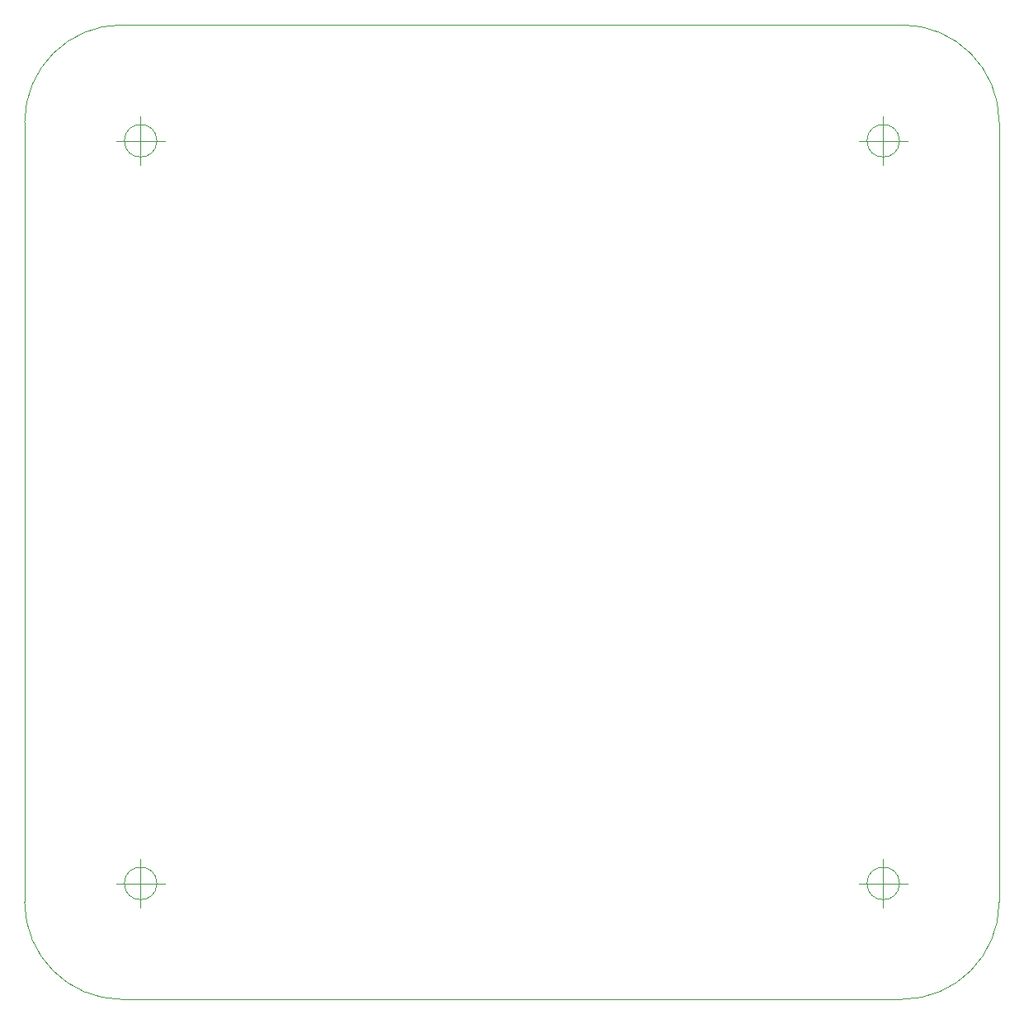
<source format=gbr>
G04 #@! TF.GenerationSoftware,KiCad,Pcbnew,(5.1.5)-3*
G04 #@! TF.CreationDate,2020-04-16T13:08:59+02:00*
G04 #@! TF.ProjectId,TGPG_breakoutboard,54475047-5f62-4726-9561-6b6f7574626f,rev?*
G04 #@! TF.SameCoordinates,Original*
G04 #@! TF.FileFunction,Profile,NP*
%FSLAX46Y46*%
G04 Gerber Fmt 4.6, Leading zero omitted, Abs format (unit mm)*
G04 Created by KiCad (PCBNEW (5.1.5)-3) date 2020-04-16 13:08:59*
%MOMM*%
%LPD*%
G04 APERTURE LIST*
%ADD10C,0.050000*%
G04 APERTURE END LIST*
D10*
X179766666Y-128100000D02*
G75*
G03X179766666Y-128100000I-1666666J0D01*
G01*
X175600000Y-128100000D02*
X180600000Y-128100000D01*
X178100000Y-125600000D02*
X178100000Y-130600000D01*
X103566666Y-128100000D02*
G75*
G03X103566666Y-128100000I-1666666J0D01*
G01*
X99400000Y-128100000D02*
X104400000Y-128100000D01*
X101900000Y-125600000D02*
X101900000Y-130600000D01*
X103566666Y-51900000D02*
G75*
G03X103566666Y-51900000I-1666666J0D01*
G01*
X99400000Y-51900000D02*
X104400000Y-51900000D01*
X101900000Y-49400000D02*
X101900000Y-54400000D01*
X179766666Y-51900000D02*
G75*
G03X179766666Y-51900000I-1666666J0D01*
G01*
X175600000Y-51900000D02*
X180600000Y-51900000D01*
X178100000Y-49400000D02*
X178100000Y-54400000D01*
X190000000Y-130000000D02*
G75*
G02X180000000Y-140000000I-10000000J0D01*
G01*
X100000000Y-140000000D02*
G75*
G02X90000000Y-130000000I0J10000000D01*
G01*
X90000000Y-50000000D02*
G75*
G02X100000000Y-40000000I10000000J0D01*
G01*
X180000000Y-40000000D02*
G75*
G02X190000000Y-50000000I0J-10000000D01*
G01*
X179766666Y-128100000D02*
G75*
G03X179766666Y-128100000I-1666666J0D01*
G01*
X175600000Y-128100000D02*
X180600000Y-128100000D01*
X178100000Y-125600000D02*
X178100000Y-130600000D01*
X103566666Y-128100000D02*
G75*
G03X103566666Y-128100000I-1666666J0D01*
G01*
X99400000Y-128100000D02*
X104400000Y-128100000D01*
X101900000Y-125600000D02*
X101900000Y-130600000D01*
X103566666Y-51900000D02*
G75*
G03X103566666Y-51900000I-1666666J0D01*
G01*
X99400000Y-51900000D02*
X104400000Y-51900000D01*
X101900000Y-49400000D02*
X101900000Y-54400000D01*
X179766666Y-51900000D02*
G75*
G03X179766666Y-51900000I-1666666J0D01*
G01*
X175600000Y-51900000D02*
X180600000Y-51900000D01*
X178100000Y-49400000D02*
X178100000Y-54400000D01*
X90000000Y-130000000D02*
X90000000Y-50000000D01*
X180000000Y-140000000D02*
X100000000Y-140000000D01*
X190000000Y-50000000D02*
X190000000Y-130000000D01*
X100000000Y-40000000D02*
X180000000Y-40000000D01*
M02*

</source>
